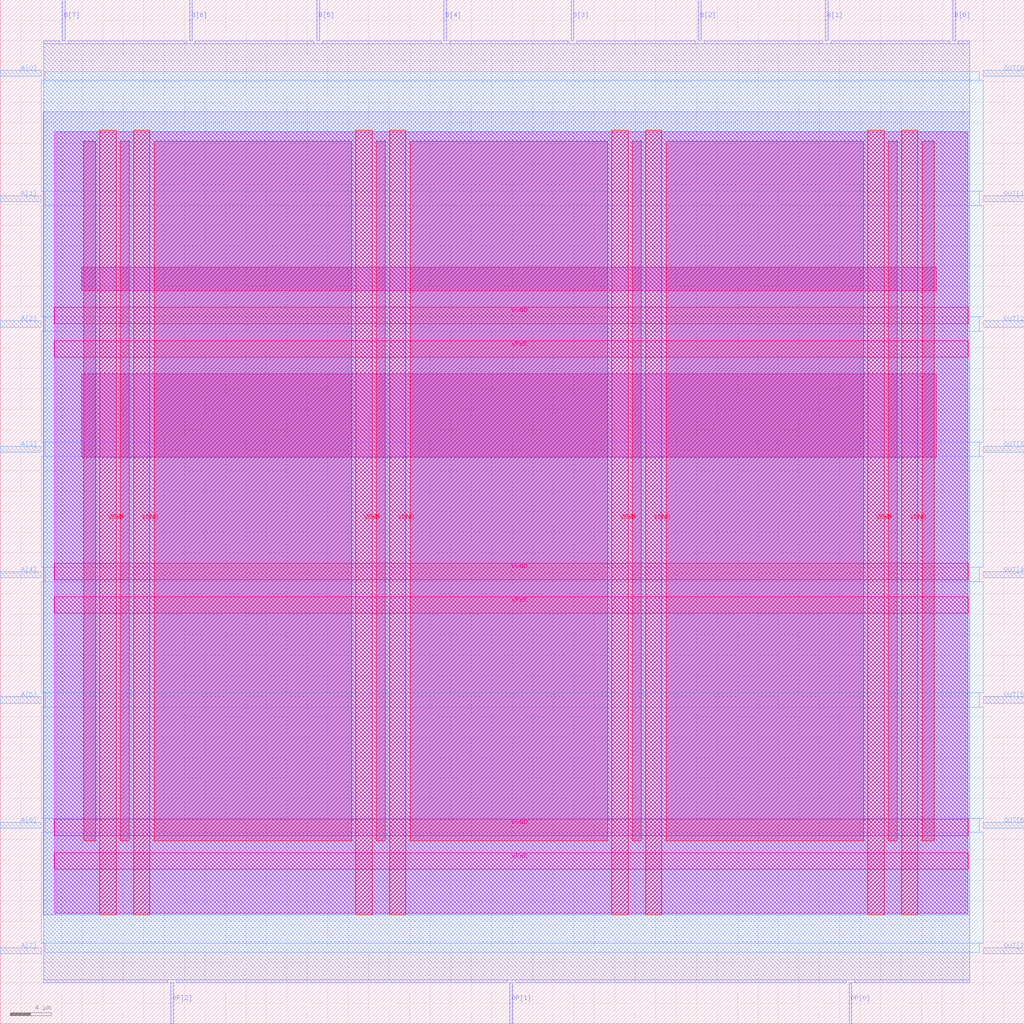
<source format=lef>
VERSION 5.7 ;
  NOWIREEXTENSIONATPIN ON ;
  DIVIDERCHAR "/" ;
  BUSBITCHARS "[]" ;
MACRO ALU
  CLASS BLOCK ;
  FOREIGN ALU ;
  ORIGIN 0.000 0.000 ;
  SIZE 100.000 BY 100.000 ;
  PIN A[0]
    DIRECTION INPUT ;
    USE SIGNAL ;
    ANTENNAGATEAREA 0.196500 ;
    PORT
      LAYER met3 ;
        RECT 0.000 92.520 4.000 93.120 ;
    END
  END A[0]
  PIN A[1]
    DIRECTION INPUT ;
    USE SIGNAL ;
    ANTENNAGATEAREA 0.213000 ;
    PORT
      LAYER met3 ;
        RECT 0.000 80.280 4.000 80.880 ;
    END
  END A[1]
  PIN A[2]
    DIRECTION INPUT ;
    USE SIGNAL ;
    ANTENNAGATEAREA 0.159000 ;
    PORT
      LAYER met3 ;
        RECT 0.000 68.040 4.000 68.640 ;
    END
  END A[2]
  PIN A[3]
    DIRECTION INPUT ;
    USE SIGNAL ;
    ANTENNAGATEAREA 0.213000 ;
    PORT
      LAYER met3 ;
        RECT 0.000 55.800 4.000 56.400 ;
    END
  END A[3]
  PIN A[4]
    DIRECTION INPUT ;
    USE SIGNAL ;
    ANTENNAGATEAREA 0.159000 ;
    PORT
      LAYER met3 ;
        RECT 0.000 43.560 4.000 44.160 ;
    END
  END A[4]
  PIN A[5]
    DIRECTION INPUT ;
    USE SIGNAL ;
    ANTENNAGATEAREA 0.159000 ;
    PORT
      LAYER met3 ;
        RECT 0.000 31.320 4.000 31.920 ;
    END
  END A[5]
  PIN A[6]
    DIRECTION INPUT ;
    USE SIGNAL ;
    ANTENNAGATEAREA 0.213000 ;
    PORT
      LAYER met3 ;
        RECT 0.000 19.080 4.000 19.680 ;
    END
  END A[6]
  PIN A[7]
    DIRECTION INPUT ;
    USE SIGNAL ;
    ANTENNAGATEAREA 0.159000 ;
    PORT
      LAYER met3 ;
        RECT 0.000 6.840 4.000 7.440 ;
    END
  END A[7]
  PIN B[0]
    DIRECTION INPUT ;
    USE SIGNAL ;
    ANTENNAGATEAREA 0.213000 ;
    PORT
      LAYER met2 ;
        RECT 93.010 96.000 93.290 100.000 ;
    END
  END B[0]
  PIN B[1]
    DIRECTION INPUT ;
    USE SIGNAL ;
    ANTENNAGATEAREA 0.213000 ;
    PORT
      LAYER met2 ;
        RECT 80.590 96.000 80.870 100.000 ;
    END
  END B[1]
  PIN B[2]
    DIRECTION INPUT ;
    USE SIGNAL ;
    ANTENNAGATEAREA 0.213000 ;
    PORT
      LAYER met2 ;
        RECT 68.170 96.000 68.450 100.000 ;
    END
  END B[2]
  PIN B[3]
    DIRECTION INPUT ;
    USE SIGNAL ;
    ANTENNAGATEAREA 0.213000 ;
    PORT
      LAYER met2 ;
        RECT 55.750 96.000 56.030 100.000 ;
    END
  END B[3]
  PIN B[4]
    DIRECTION INPUT ;
    USE SIGNAL ;
    ANTENNAGATEAREA 0.159000 ;
    PORT
      LAYER met2 ;
        RECT 43.330 96.000 43.610 100.000 ;
    END
  END B[4]
  PIN B[5]
    DIRECTION INPUT ;
    USE SIGNAL ;
    ANTENNAGATEAREA 0.159000 ;
    PORT
      LAYER met2 ;
        RECT 30.910 96.000 31.190 100.000 ;
    END
  END B[5]
  PIN B[6]
    DIRECTION INPUT ;
    USE SIGNAL ;
    ANTENNAGATEAREA 0.159000 ;
    PORT
      LAYER met2 ;
        RECT 18.490 96.000 18.770 100.000 ;
    END
  END B[6]
  PIN B[7]
    DIRECTION INPUT ;
    USE SIGNAL ;
    ANTENNAGATEAREA 0.213000 ;
    PORT
      LAYER met2 ;
        RECT 6.070 96.000 6.350 100.000 ;
    END
  END B[7]
  PIN OP[0]
    DIRECTION INPUT ;
    USE SIGNAL ;
    ANTENNAGATEAREA 0.159000 ;
    PORT
      LAYER met2 ;
        RECT 82.890 0.000 83.170 4.000 ;
    END
  END OP[0]
  PIN OP[1]
    DIRECTION INPUT ;
    USE SIGNAL ;
    ANTENNAGATEAREA 0.213000 ;
    PORT
      LAYER met2 ;
        RECT 49.770 0.000 50.050 4.000 ;
    END
  END OP[1]
  PIN OP[2]
    DIRECTION INPUT ;
    USE SIGNAL ;
    ANTENNAGATEAREA 0.213000 ;
    PORT
      LAYER met2 ;
        RECT 16.650 0.000 16.930 4.000 ;
    END
  END OP[2]
  PIN OUT[0]
    DIRECTION OUTPUT ;
    USE SIGNAL ;
    ANTENNADIFFAREA 0.445500 ;
    PORT
      LAYER met3 ;
        RECT 96.000 92.520 100.000 93.120 ;
    END
  END OUT[0]
  PIN OUT[1]
    DIRECTION OUTPUT ;
    USE SIGNAL ;
    ANTENNADIFFAREA 0.445500 ;
    PORT
      LAYER met3 ;
        RECT 96.000 80.280 100.000 80.880 ;
    END
  END OUT[1]
  PIN OUT[2]
    DIRECTION OUTPUT ;
    USE SIGNAL ;
    ANTENNADIFFAREA 0.445500 ;
    PORT
      LAYER met3 ;
        RECT 96.000 68.040 100.000 68.640 ;
    END
  END OUT[2]
  PIN OUT[3]
    DIRECTION OUTPUT ;
    USE SIGNAL ;
    ANTENNADIFFAREA 0.445500 ;
    PORT
      LAYER met3 ;
        RECT 96.000 55.800 100.000 56.400 ;
    END
  END OUT[3]
  PIN OUT[4]
    DIRECTION OUTPUT ;
    USE SIGNAL ;
    ANTENNADIFFAREA 0.445500 ;
    PORT
      LAYER met3 ;
        RECT 96.000 43.560 100.000 44.160 ;
    END
  END OUT[4]
  PIN OUT[5]
    DIRECTION OUTPUT ;
    USE SIGNAL ;
    ANTENNADIFFAREA 0.445500 ;
    PORT
      LAYER met3 ;
        RECT 96.000 31.320 100.000 31.920 ;
    END
  END OUT[5]
  PIN OUT[6]
    DIRECTION OUTPUT ;
    USE SIGNAL ;
    ANTENNADIFFAREA 0.795200 ;
    PORT
      LAYER met3 ;
        RECT 96.000 19.080 100.000 19.680 ;
    END
  END OUT[6]
  PIN OUT[7]
    DIRECTION OUTPUT ;
    USE SIGNAL ;
    ANTENNADIFFAREA 0.445500 ;
    PORT
      LAYER met3 ;
        RECT 96.000 6.840 100.000 7.440 ;
    END
  END OUT[7]
  PIN VGND
    DIRECTION INOUT ;
    USE GROUND ;
    PORT
      LAYER met4 ;
        RECT 13.020 10.640 14.620 87.280 ;
    END
    PORT
      LAYER met4 ;
        RECT 38.020 10.640 39.620 87.280 ;
    END
    PORT
      LAYER met4 ;
        RECT 63.020 10.640 64.620 87.280 ;
    END
    PORT
      LAYER met4 ;
        RECT 88.020 10.640 89.620 87.280 ;
    END
    PORT
      LAYER met5 ;
        RECT 5.280 18.380 94.540 19.980 ;
    END
    PORT
      LAYER met5 ;
        RECT 5.280 43.380 94.540 44.980 ;
    END
    PORT
      LAYER met5 ;
        RECT 5.280 68.380 94.540 69.980 ;
    END
  END VGND
  PIN VPWR
    DIRECTION INOUT ;
    USE POWER ;
    PORT
      LAYER met4 ;
        RECT 9.720 10.640 11.320 87.280 ;
    END
    PORT
      LAYER met4 ;
        RECT 34.720 10.640 36.320 87.280 ;
    END
    PORT
      LAYER met4 ;
        RECT 59.720 10.640 61.320 87.280 ;
    END
    PORT
      LAYER met4 ;
        RECT 84.720 10.640 86.320 87.280 ;
    END
    PORT
      LAYER met5 ;
        RECT 5.280 15.080 94.540 16.680 ;
    END
    PORT
      LAYER met5 ;
        RECT 5.280 40.080 94.540 41.680 ;
    END
    PORT
      LAYER met5 ;
        RECT 5.280 65.080 94.540 66.680 ;
    END
  END VPWR
  OBS
      LAYER nwell ;
        RECT 5.330 10.795 94.490 87.125 ;
      LAYER li1 ;
        RECT 5.520 10.795 94.300 87.125 ;
      LAYER met1 ;
        RECT 4.210 10.640 94.690 89.040 ;
      LAYER met2 ;
        RECT 4.230 95.720 5.790 96.000 ;
        RECT 6.630 95.720 18.210 96.000 ;
        RECT 19.050 95.720 30.630 96.000 ;
        RECT 31.470 95.720 43.050 96.000 ;
        RECT 43.890 95.720 55.470 96.000 ;
        RECT 56.310 95.720 67.890 96.000 ;
        RECT 68.730 95.720 80.310 96.000 ;
        RECT 81.150 95.720 92.730 96.000 ;
        RECT 93.570 95.720 94.660 96.000 ;
        RECT 4.230 4.280 94.660 95.720 ;
        RECT 4.230 4.000 16.370 4.280 ;
        RECT 17.210 4.000 49.490 4.280 ;
        RECT 50.330 4.000 82.610 4.280 ;
        RECT 83.450 4.000 94.660 4.280 ;
      LAYER met3 ;
        RECT 4.400 92.120 95.600 92.985 ;
        RECT 3.990 81.280 96.000 92.120 ;
        RECT 4.400 79.880 95.600 81.280 ;
        RECT 3.990 69.040 96.000 79.880 ;
        RECT 4.400 67.640 95.600 69.040 ;
        RECT 3.990 56.800 96.000 67.640 ;
        RECT 4.400 55.400 95.600 56.800 ;
        RECT 3.990 44.560 96.000 55.400 ;
        RECT 4.400 43.160 95.600 44.560 ;
        RECT 3.990 32.320 96.000 43.160 ;
        RECT 4.400 30.920 95.600 32.320 ;
        RECT 3.990 20.080 96.000 30.920 ;
        RECT 4.400 18.680 95.600 20.080 ;
        RECT 3.990 7.840 96.000 18.680 ;
        RECT 4.400 6.975 95.600 7.840 ;
      LAYER met4 ;
        RECT 8.150 17.855 9.320 86.185 ;
        RECT 11.720 17.855 12.620 86.185 ;
        RECT 15.020 17.855 34.320 86.185 ;
        RECT 36.720 17.855 37.620 86.185 ;
        RECT 40.020 17.855 59.320 86.185 ;
        RECT 61.720 17.855 62.620 86.185 ;
        RECT 65.020 17.855 84.320 86.185 ;
        RECT 86.720 17.855 87.620 86.185 ;
        RECT 90.020 17.855 91.210 86.185 ;
      LAYER met5 ;
        RECT 7.940 71.580 91.420 73.900 ;
        RECT 7.940 55.300 91.420 63.480 ;
  END
END ALU
END LIBRARY


</source>
